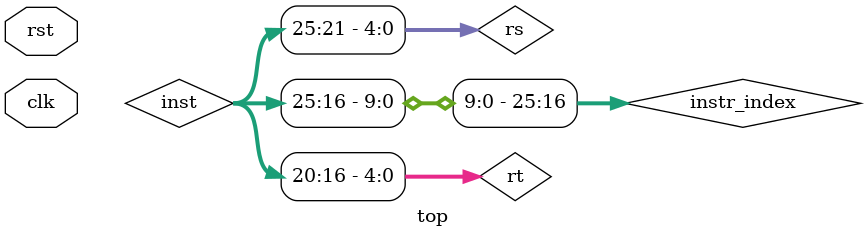
<source format=v>
`timescale 1ns / 1ps

module top (
         input clk,
         input rst
       );

wire[31:0] pc_now;
wire[31:0] pc_next;

wire[31:0] inst;
wire[4:0] rs = inst[25:21];
wire[4:0] rt = inst[20:16];
wire[4:0] rd = inst[15:11];
wire[25:0] instr_index = inst[25:0];
wire[15:0] imm = inst[15:0];

wire cu_jump;
wire cu_write2rt;
wire cu_imm2alu;
wire cu_write_imm;
wire cu_read_data;
wire cu_reg_we;
wire cu_mem_we;

wire[31:0] rd1, rd2;

wire[31:0] res;
wire[31:0] load_data;

pc PC(.clk(clk), .pc_next(pc_next), .pc_now(pc_now));

br_unit BR_UNIT(.pc(pc_now),
                .instr_index,
                .offset(imm),
                .rd1,
                .rd2,
                .cu_jump,
                .pc_next);

reg_heap REG_HEAP(.ra1(rs),
                  .ra2(rt),
                  .wa(cu_write2rt? rt: rd),
                  .we(cu_reg_we),
                  .wd(cu_write_imm? {imm, 16'b0}: cu_read_data? load_data: res),
                  .rd1,
                  .rd2);

data_mem DATA_MEM(.addr(res),
                  .wd(rd2),
                  .we(cu_mem_we),
                  .rd(load_data));
endmodule

</source>
